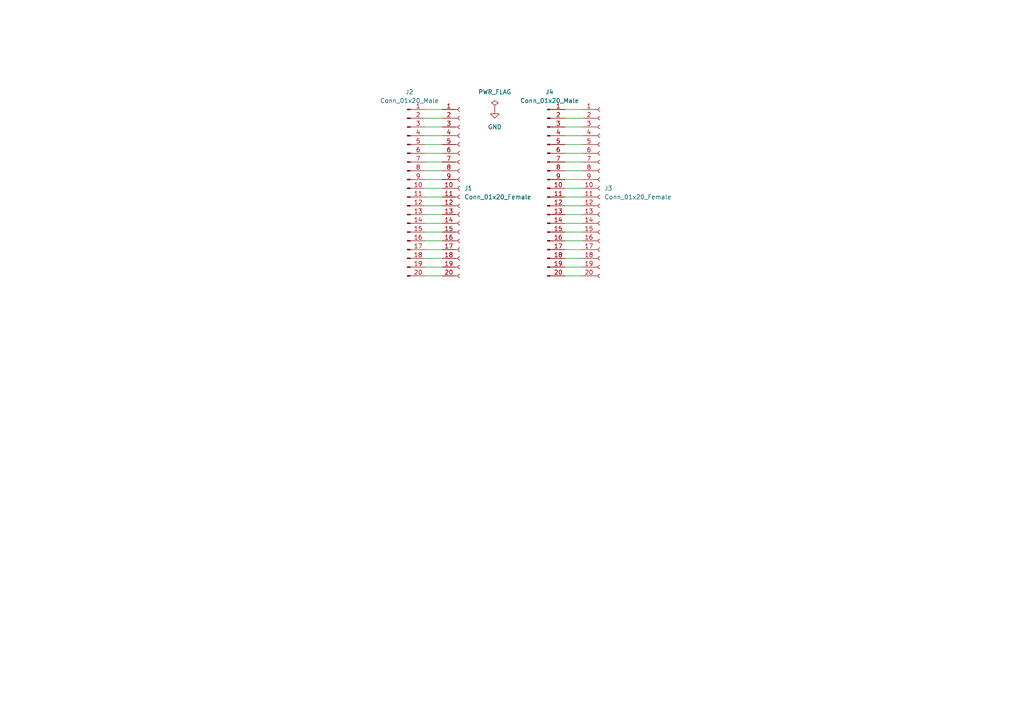
<source format=kicad_sch>
(kicad_sch (version 20211123) (generator eeschema)
  (paper "A4")
  (lib_symbols
    (symbol "Connector:Conn_01x20_Female" (pin_names (offset 1.016) hide)
      (property "Reference" "J" (at 0 25.4 0))
      (property "Value" "Conn_01x20_Female" (at 0 -27.94 0))
      (symbol "Conn_01x20_Female_1_1"
        (arc (start 0 -24.892) (mid -0.508 -25.4) (end 0 -25.908) (stroke (width 0.1524)))
        (arc (start 0 -22.352) (mid -0.508 -22.86) (end 0 -23.368) (stroke (width 0.1524)))
        (arc (start 0 -19.812) (mid -0.508 -20.32) (end 0 -20.828) (stroke (width 0.1524)))
        (arc (start 0 -17.272) (mid -0.508 -17.78) (end 0 -18.288) (stroke (width 0.1524)))
        (arc (start 0 -14.732) (mid -0.508 -15.24) (end 0 -15.748) (stroke (width 0.1524)))
        (arc (start 0 -12.192) (mid -0.508 -12.7) (end 0 -13.208) (stroke (width 0.1524)))
        (arc (start 0 -9.652) (mid -0.508 -10.16) (end 0 -10.668) (stroke (width 0.1524)))
        (arc (start 0 -7.112) (mid -0.508 -7.62) (end 0 -8.128) (stroke (width 0.1524)))
        (arc (start 0 -4.572) (mid -0.508 -5.08) (end 0 -5.588) (stroke (width 0.1524)))
        (arc (start 0 -2.032) (mid -0.508 -2.54) (end 0 -3.048) (stroke (width 0.1524)))
        (polyline (pts (xy -1.27 -25.4) (xy -0.508 -25.4)) (stroke (width 0.1524)))
        (polyline (pts (xy -1.27 -22.86) (xy -0.508 -22.86)) (stroke (width 0.1524)))
        (polyline (pts (xy -1.27 -20.32) (xy -0.508 -20.32)) (stroke (width 0.1524)))
        (polyline (pts (xy -1.27 -17.78) (xy -0.508 -17.78)) (stroke (width 0.1524)))
        (polyline (pts (xy -1.27 -15.24) (xy -0.508 -15.24)) (stroke (width 0.1524)))
        (polyline (pts (xy -1.27 -12.7) (xy -0.508 -12.7)) (stroke (width 0.1524)))
        (polyline (pts (xy -1.27 -10.16) (xy -0.508 -10.16)) (stroke (width 0.1524)))
        (polyline (pts (xy -1.27 -7.62) (xy -0.508 -7.62)) (stroke (width 0.1524)))
        (polyline (pts (xy -1.27 -5.08) (xy -0.508 -5.08)) (stroke (width 0.1524)))
        (polyline (pts (xy -1.27 -2.54) (xy -0.508 -2.54)) (stroke (width 0.1524)))
        (polyline (pts (xy -1.27 0) (xy -0.508 0)) (stroke (width 0.1524)))
        (polyline (pts (xy -1.27 2.54) (xy -0.508 2.54)) (stroke (width 0.1524)))
        (polyline (pts (xy -1.27 5.08) (xy -0.508 5.08)) (stroke (width 0.1524)))
        (polyline (pts (xy -1.27 7.62) (xy -0.508 7.62)) (stroke (width 0.1524)))
        (polyline (pts (xy -1.27 10.16) (xy -0.508 10.16)) (stroke (width 0.1524)))
        (polyline (pts (xy -1.27 12.7) (xy -0.508 12.7)) (stroke (width 0.1524)))
        (polyline (pts (xy -1.27 15.24) (xy -0.508 15.24)) (stroke (width 0.1524)))
        (polyline (pts (xy -1.27 17.78) (xy -0.508 17.78)) (stroke (width 0.1524)))
        (polyline (pts (xy -1.27 20.32) (xy -0.508 20.32)) (stroke (width 0.1524)))
        (polyline (pts (xy -1.27 22.86) (xy -0.508 22.86)) (stroke (width 0.1524)))
        (arc (start 0 0.508) (mid -0.508 0) (end 0 -0.508) (stroke (width 0.1524)))
        (arc (start 0 3.048) (mid -0.508 2.54) (end 0 2.032) (stroke (width 0.1524)))
        (arc (start 0 5.588) (mid -0.508 5.08) (end 0 4.572) (stroke (width 0.1524)))
        (arc (start 0 8.128) (mid -0.508 7.62) (end 0 7.112) (stroke (width 0.1524)))
        (arc (start 0 10.668) (mid -0.508 10.16) (end 0 9.652) (stroke (width 0.1524)))
        (arc (start 0 13.208) (mid -0.508 12.7) (end 0 12.192) (stroke (width 0.1524)))
        (arc (start 0 15.748) (mid -0.508 15.24) (end 0 14.732) (stroke (width 0.1524)))
        (arc (start 0 18.288) (mid -0.508 17.78) (end 0 17.272) (stroke (width 0.1524)))
        (arc (start 0 20.828) (mid -0.508 20.32) (end 0 19.812) (stroke (width 0.1524)))
        (arc (start 0 23.368) (mid -0.508 22.86) (end 0 22.352) (stroke (width 0.1524)))
        (pin passive line (at -5.08 22.86 0) (length 3.81) (name "Pin_1") (number "1"))
        (pin passive line (at -5.08 0 0) (length 3.81) (name "Pin_10") (number "10"))
        (pin passive line (at -5.08 -2.54 0) (length 3.81) (name "Pin_11") (number "11"))
        (pin passive line (at -5.08 -5.08 0) (length 3.81) (name "Pin_12") (number "12"))
        (pin passive line (at -5.08 -7.62 0) (length 3.81) (name "Pin_13") (number "13"))
        (pin passive line (at -5.08 -10.16 0) (length 3.81) (name "Pin_14") (number "14"))
        (pin passive line (at -5.08 -12.7 0) (length 3.81) (name "Pin_15") (number "15"))
        (pin passive line (at -5.08 -15.24 0) (length 3.81) (name "Pin_16") (number "16"))
        (pin passive line (at -5.08 -17.78 0) (length 3.81) (name "Pin_17") (number "17"))
        (pin passive line (at -5.08 -20.32 0) (length 3.81) (name "Pin_18") (number "18"))
        (pin passive line (at -5.08 -22.86 0) (length 3.81) (name "Pin_19") (number "19"))
        (pin passive line (at -5.08 20.32 0) (length 3.81) (name "Pin_2") (number "2"))
        (pin passive line (at -5.08 -25.4 0) (length 3.81) (name "Pin_20") (number "20"))
        (pin passive line (at -5.08 17.78 0) (length 3.81) (name "Pin_3") (number "3"))
        (pin passive line (at -5.08 15.24 0) (length 3.81) (name "Pin_4") (number "4"))
        (pin passive line (at -5.08 12.7 0) (length 3.81) (name "Pin_5") (number "5"))
        (pin passive line (at -5.08 10.16 0) (length 3.81) (name "Pin_6") (number "6"))
        (pin passive line (at -5.08 7.62 0) (length 3.81) (name "Pin_7") (number "7"))
        (pin passive line (at -5.08 5.08 0) (length 3.81) (name "Pin_8") (number "8"))
        (pin passive line (at -5.08 2.54 0) (length 3.81) (name "Pin_9") (number "9"))
      )
    )
    (symbol "Connector:Conn_01x20_Male" (pin_names (offset 1.016) hide)
      (property "Reference" "J" (at 0 25.4 0))
      (property "Value" "Conn_01x20_Male" (at 0 -27.94 0))
      (symbol "Conn_01x20_Male_1_1"
        (polyline (pts (xy 1.27 -25.4) (xy 0.8636 -25.4)) (stroke (width 0.1524)))
        (polyline (pts (xy 1.27 -22.86) (xy 0.8636 -22.86)) (stroke (width 0.1524)))
        (polyline (pts (xy 1.27 -20.32) (xy 0.8636 -20.32)) (stroke (width 0.1524)))
        (polyline (pts (xy 1.27 -17.78) (xy 0.8636 -17.78)) (stroke (width 0.1524)))
        (polyline (pts (xy 1.27 -15.24) (xy 0.8636 -15.24)) (stroke (width 0.1524)))
        (polyline (pts (xy 1.27 -12.7) (xy 0.8636 -12.7)) (stroke (width 0.1524)))
        (polyline (pts (xy 1.27 -10.16) (xy 0.8636 -10.16)) (stroke (width 0.1524)))
        (polyline (pts (xy 1.27 -7.62) (xy 0.8636 -7.62)) (stroke (width 0.1524)))
        (polyline (pts (xy 1.27 -5.08) (xy 0.8636 -5.08)) (stroke (width 0.1524)))
        (polyline (pts (xy 1.27 -2.54) (xy 0.8636 -2.54)) (stroke (width 0.1524)))
        (polyline (pts (xy 1.27 0) (xy 0.8636 0)) (stroke (width 0.1524)))
        (polyline (pts (xy 1.27 2.54) (xy 0.8636 2.54)) (stroke (width 0.1524)))
        (polyline (pts (xy 1.27 5.08) (xy 0.8636 5.08)) (stroke (width 0.1524)))
        (polyline (pts (xy 1.27 7.62) (xy 0.8636 7.62)) (stroke (width 0.1524)))
        (polyline (pts (xy 1.27 10.16) (xy 0.8636 10.16)) (stroke (width 0.1524)))
        (polyline (pts (xy 1.27 12.7) (xy 0.8636 12.7)) (stroke (width 0.1524)))
        (polyline (pts (xy 1.27 15.24) (xy 0.8636 15.24)) (stroke (width 0.1524)))
        (polyline (pts (xy 1.27 17.78) (xy 0.8636 17.78)) (stroke (width 0.1524)))
        (polyline (pts (xy 1.27 20.32) (xy 0.8636 20.32)) (stroke (width 0.1524)))
        (polyline (pts (xy 1.27 22.86) (xy 0.8636 22.86)) (stroke (width 0.1524)))
        (rectangle (start 0.8636 -25.273) (end 0 -25.527) (stroke (width 0.1524)) (fill (type outline)))
        (rectangle (start 0.8636 -22.733) (end 0 -22.987) (stroke (width 0.1524)) (fill (type outline)))
        (rectangle (start 0.8636 -20.193) (end 0 -20.447) (stroke (width 0.1524)) (fill (type outline)))
        (rectangle (start 0.8636 -17.653) (end 0 -17.907) (stroke (width 0.1524)) (fill (type outline)))
        (rectangle (start 0.8636 -15.113) (end 0 -15.367) (stroke (width 0.1524)) (fill (type outline)))
        (rectangle (start 0.8636 -12.573) (end 0 -12.827) (stroke (width 0.1524)) (fill (type outline)))
        (rectangle (start 0.8636 -10.033) (end 0 -10.287) (stroke (width 0.1524)) (fill (type outline)))
        (rectangle (start 0.8636 -7.493) (end 0 -7.747) (stroke (width 0.1524)) (fill (type outline)))
        (rectangle (start 0.8636 -4.953) (end 0 -5.207) (stroke (width 0.1524)) (fill (type outline)))
        (rectangle (start 0.8636 -2.413) (end 0 -2.667) (stroke (width 0.1524)) (fill (type outline)))
        (rectangle (start 0.8636 0.127) (end 0 -0.127) (stroke (width 0.1524)) (fill (type outline)))
        (rectangle (start 0.8636 2.667) (end 0 2.413) (stroke (width 0.1524)) (fill (type outline)))
        (rectangle (start 0.8636 5.207) (end 0 4.953) (stroke (width 0.1524)) (fill (type outline)))
        (rectangle (start 0.8636 7.747) (end 0 7.493) (stroke (width 0.1524)) (fill (type outline)))
        (rectangle (start 0.8636 10.287) (end 0 10.033) (stroke (width 0.1524)) (fill (type outline)))
        (rectangle (start 0.8636 12.827) (end 0 12.573) (stroke (width 0.1524)) (fill (type outline)))
        (rectangle (start 0.8636 15.367) (end 0 15.113) (stroke (width 0.1524)) (fill (type outline)))
        (rectangle (start 0.8636 17.907) (end 0 17.653) (stroke (width 0.1524)) (fill (type outline)))
        (rectangle (start 0.8636 20.447) (end 0 20.193) (stroke (width 0.1524)) (fill (type outline)))
        (rectangle (start 0.8636 22.987) (end 0 22.733) (stroke (width 0.1524)) (fill (type outline)))
        (pin passive line (at 5.08 22.86 180) (length 3.81) (name "Pin_1") (number "1"))
        (pin passive line (at 5.08 0 180) (length 3.81) (name "Pin_10") (number "10"))
        (pin passive line (at 5.08 -2.54 180) (length 3.81) (name "Pin_11") (number "11"))
        (pin passive line (at 5.08 -5.08 180) (length 3.81) (name "Pin_12") (number "12"))
        (pin passive line (at 5.08 -7.62 180) (length 3.81) (name "Pin_13") (number "13"))
        (pin passive line (at 5.08 -10.16 180) (length 3.81) (name "Pin_14") (number "14"))
        (pin passive line (at 5.08 -12.7 180) (length 3.81) (name "Pin_15") (number "15"))
        (pin passive line (at 5.08 -15.24 180) (length 3.81) (name "Pin_16") (number "16"))
        (pin passive line (at 5.08 -17.78 180) (length 3.81) (name "Pin_17") (number "17"))
        (pin passive line (at 5.08 -20.32 180) (length 3.81) (name "Pin_18") (number "18"))
        (pin passive line (at 5.08 -22.86 180) (length 3.81) (name "Pin_19") (number "19"))
        (pin passive line (at 5.08 20.32 180) (length 3.81) (name "Pin_2") (number "2"))
        (pin passive line (at 5.08 -25.4 180) (length 3.81) (name "Pin_20") (number "20"))
        (pin passive line (at 5.08 17.78 180) (length 3.81) (name "Pin_3") (number "3"))
        (pin passive line (at 5.08 15.24 180) (length 3.81) (name "Pin_4") (number "4"))
        (pin passive line (at 5.08 12.7 180) (length 3.81) (name "Pin_5") (number "5"))
        (pin passive line (at 5.08 10.16 180) (length 3.81) (name "Pin_6") (number "6"))
        (pin passive line (at 5.08 7.62 180) (length 3.81) (name "Pin_7") (number "7"))
        (pin passive line (at 5.08 5.08 180) (length 3.81) (name "Pin_8") (number "8"))
        (pin passive line (at 5.08 2.54 180) (length 3.81) (name "Pin_9") (number "9"))
      )
    )
    (symbol "power:GND" (power) (pin_names (offset 0))
      (property "Value" "GND" (at 0 -3.81 0))
      (symbol "GND_0_1"
        (polyline (pts (xy 0 0) (xy 0 -1.27) (xy 1.27 -1.27) (xy 0 -2.54) (xy -1.27 -1.27) (xy 0 -1.27)))
      )
      (symbol "GND_1_1"
        (pin power_in line (at 0 0 270) (length 0) hide (name "GND") (number "1"))
      )
    )
    (symbol "power:PWR_FLAG" (power) (pin_numbers hide) (pin_names (offset 0) hide)
      (property "Value" "PWR_FLAG" (at 0 3.81 0))
      (symbol "PWR_FLAG_0_0"
        (pin power_out line (at 0 0 90) (length 0) (name "pwr") (number "1"))
      )
      (symbol "PWR_FLAG_0_1"
        (polyline (pts (xy 0 0) (xy 0 1.27) (xy -1.016 1.905) (xy 0 2.54) (xy 1.016 1.905) (xy 0 1.27)))
      )
    )
  )
  (wire (pts (xy 123.19 46.99) (xy 128.27 46.99)))
  (wire (pts (xy 123.19 31.75) (xy 128.27 31.75)))
  (wire (pts (xy 163.83 39.37) (xy 168.91 39.37)))
  (wire (pts (xy 123.19 72.39) (xy 128.27 72.39)))
  (wire (pts (xy 163.83 34.29) (xy 168.91 34.29)))
  (wire (pts (xy 163.83 46.99) (xy 168.91 46.99)))
  (wire (pts (xy 123.19 67.31) (xy 128.27 67.31)))
  (wire (pts (xy 163.83 57.15) (xy 168.91 57.15)))
  (wire (pts (xy 123.19 49.53) (xy 128.27 49.53)))
  (wire (pts (xy 163.83 31.75) (xy 168.91 31.75)))
  (wire (pts (xy 123.19 39.37) (xy 128.27 39.37)))
  (wire (pts (xy 163.83 80.01) (xy 168.91 80.01)))
  (wire (pts (xy 163.83 67.31) (xy 168.91 67.31)))
  (wire (pts (xy 123.19 41.91) (xy 128.27 41.91)))
  (wire (pts (xy 123.19 57.15) (xy 128.27 57.15)))
  (wire (pts (xy 163.83 72.39) (xy 168.91 72.39)))
  (wire (pts (xy 123.19 77.47) (xy 128.27 77.47)))
  (wire (pts (xy 163.83 74.93) (xy 168.91 74.93)))
  (wire (pts (xy 123.19 62.23) (xy 128.27 62.23)))
  (wire (pts (xy 123.19 36.83) (xy 128.27 36.83)))
  (wire (pts (xy 123.19 44.45) (xy 128.27 44.45)))
  (wire (pts (xy 163.83 44.45) (xy 168.91 44.45)))
  (wire (pts (xy 123.19 52.07) (xy 128.27 52.07)))
  (wire (pts (xy 163.83 54.61) (xy 168.91 54.61)))
  (wire (pts (xy 123.19 74.93) (xy 128.27 74.93)))
  (wire (pts (xy 163.83 64.77) (xy 168.91 64.77)))
  (wire (pts (xy 163.83 52.07) (xy 168.91 52.07)))
  (wire (pts (xy 163.83 41.91) (xy 168.91 41.91)))
  (wire (pts (xy 123.19 69.85) (xy 128.27 69.85)))
  (wire (pts (xy 123.19 80.01) (xy 128.27 80.01)))
  (wire (pts (xy 163.83 62.23) (xy 168.91 62.23)))
  (wire (pts (xy 163.83 59.69) (xy 168.91 59.69)))
  (wire (pts (xy 163.83 69.85) (xy 168.91 69.85)))
  (wire (pts (xy 163.83 77.47) (xy 168.91 77.47)))
  (wire (pts (xy 123.19 54.61) (xy 128.27 54.61)))
  (wire (pts (xy 163.83 49.53) (xy 168.91 49.53)))
  (wire (pts (xy 123.19 64.77) (xy 128.27 64.77)))
  (wire (pts (xy 163.83 36.83) (xy 168.91 36.83)))
  (wire (pts (xy 123.19 34.29) (xy 128.27 34.29)))
  (wire (pts (xy 123.19 59.69) (xy 128.27 59.69)))
  (symbol (lib_id "power:GND") (at 143.51 31.75 0) (unit 1)
    (property "Reference" "#PWR?" (effects hide))
    (property "Value" "GND" (at 143.51 36.83 0))
  )
  (symbol (lib_id "Connector:Conn_01x20_Male") (at 118.11 54.61 0) (unit 1)
    (property "Reference" "J2" (at 118.745 26.67 0))
    (property "Value" "Conn_01x20_Male" (at 118.745 29.21 0))
    (property "Footprint" "Connector_PinHeader_2.54mm:PinHeader_1x20_P2.54mm_Vertical" (effects hide))
  )
  (symbol (lib_id "Connector:Conn_01x20_Male") (at 158.75 54.61 0) (unit 1)
    (property "Reference" "J4" (at 159.385 26.67 0))
    (property "Value" "Conn_01x20_Male" (at 159.385 29.21 0))
    (property "Footprint" "Connector_PinHeader_2.54mm:PinHeader_1x20_P2.54mm_Vertical" (effects hide))
  )
  (symbol (lib_id "power:PWR_FLAG") (at 143.51 31.75 0) (unit 1)
    (property "Reference" "#FLG?" (effects hide))
    (property "Value" "PWR_FLAG" (at 143.51 26.67 0))
  )
  (symbol (lib_id "Connector:Conn_01x20_Female") (at 133.35 54.61 0) (unit 1)
    (property "Reference" "J1" (at 134.62 54.6099 0) (effects (justify left)))
    (property "Value" "Conn_01x20_Female" (at 134.62 57.1499 0) (effects (justify left)))
    (property "Footprint" "Connector_PinSocket_2.54mm:PinSocket_1x20_P2.54mm_Vertical" (effects hide))
  )
  (symbol (lib_id "Connector:Conn_01x20_Female") (at 173.99 54.61 0) (unit 1)
    (property "Reference" "J3" (at 175.26 54.6099 0) (effects (justify left)))
    (property "Value" "Conn_01x20_Female" (at 175.26 57.1499 0) (effects (justify left)))
    (property "Footprint" "Connector_PinSocket_2.54mm:PinSocket_1x20_P2.54mm_Vertical" (effects hide))
  )
)
</source>
